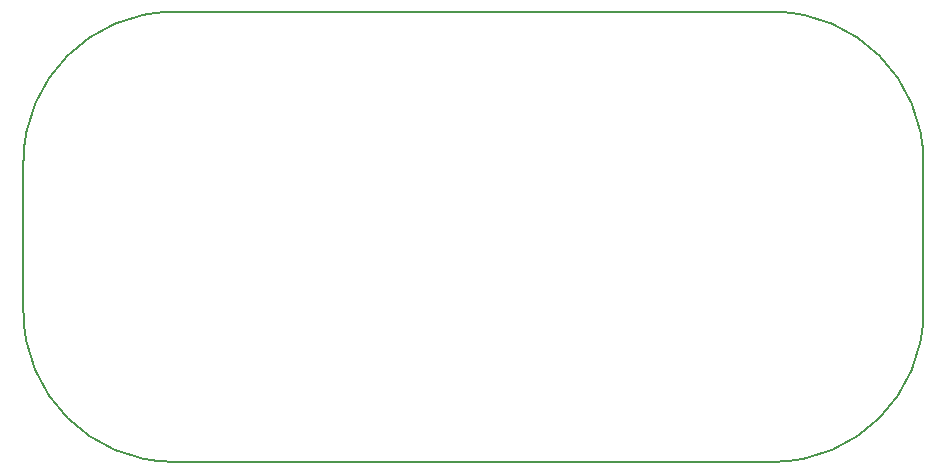
<source format=gbr>
G04 #@! TF.FileFunction,Profile,NP*
%FSLAX46Y46*%
G04 Gerber Fmt 4.6, Leading zero omitted, Abs format (unit mm)*
G04 Created by KiCad (PCBNEW 4.0.6) date 06/11/17 17:15:35*
%MOMM*%
%LPD*%
G01*
G04 APERTURE LIST*
%ADD10C,0.100000*%
%ADD11C,0.150000*%
G04 APERTURE END LIST*
D10*
D11*
X114300000Y-38100000D02*
X63500000Y-38100000D01*
X127000000Y-63500000D02*
X127000000Y-50800000D01*
X63500000Y-76200000D02*
X114300000Y-76200000D01*
X50800000Y-50800000D02*
X50800000Y-63500000D01*
X127000000Y-50800000D02*
G75*
G03X114300000Y-38100000I-12700000J0D01*
G01*
X63500000Y-38100000D02*
G75*
G03X50800000Y-50800000I0J-12700000D01*
G01*
X50800000Y-63500000D02*
G75*
G03X63500000Y-76200000I12700000J0D01*
G01*
X114300000Y-76200000D02*
G75*
G03X127000000Y-63500000I0J12700000D01*
G01*
M02*

</source>
